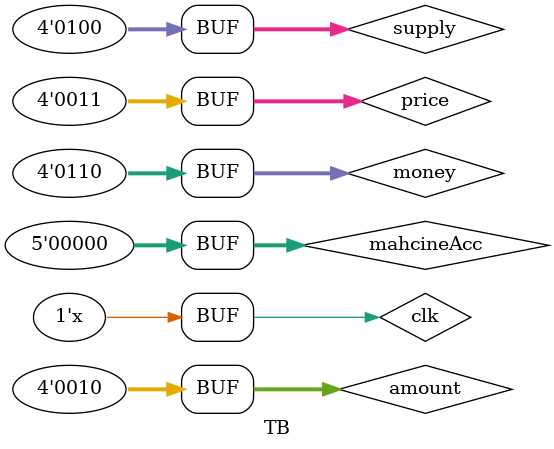
<source format=v>
`timescale 1ns / 1ps


module TB;

	// Inputs
	reg clk;
	reg [3:0] price;
	reg [3:0] amount;
	reg [3:0] money;
	reg [4:0] mahcineAcc;
	reg [3:0] supply;

	// Outputs
	wire redLight;
	wire [4:0] machineAcc_out;
	wire [3:0] money_out;
	wire [3:0] supply_out;

	// Instantiate the Unit Under Test (UUT)
	Customer uut (
		.clk(clk), 
		.price(price), 
		.amount(amount), 
		.money(money), 
		.mahcineAcc(mahcineAcc), 
		.supply(supply), 
		.redLight(redLight), 
		.machineAcc_out(machineAcc_out), 
		.money_out(money_out), 
		.supply_out(supply_out)
	);
	
	always #20 clk = ~clk;

	initial begin
		// Initialize Inputs
		clk = 0;
		price = 3;
		amount = 2;
		money = 6;
		mahcineAcc = 0;
		supply = 4;

		// Wait 100 ns for global reset to finish
		#100;
        
		// Add stimulus here

	end
      
endmodule


</source>
